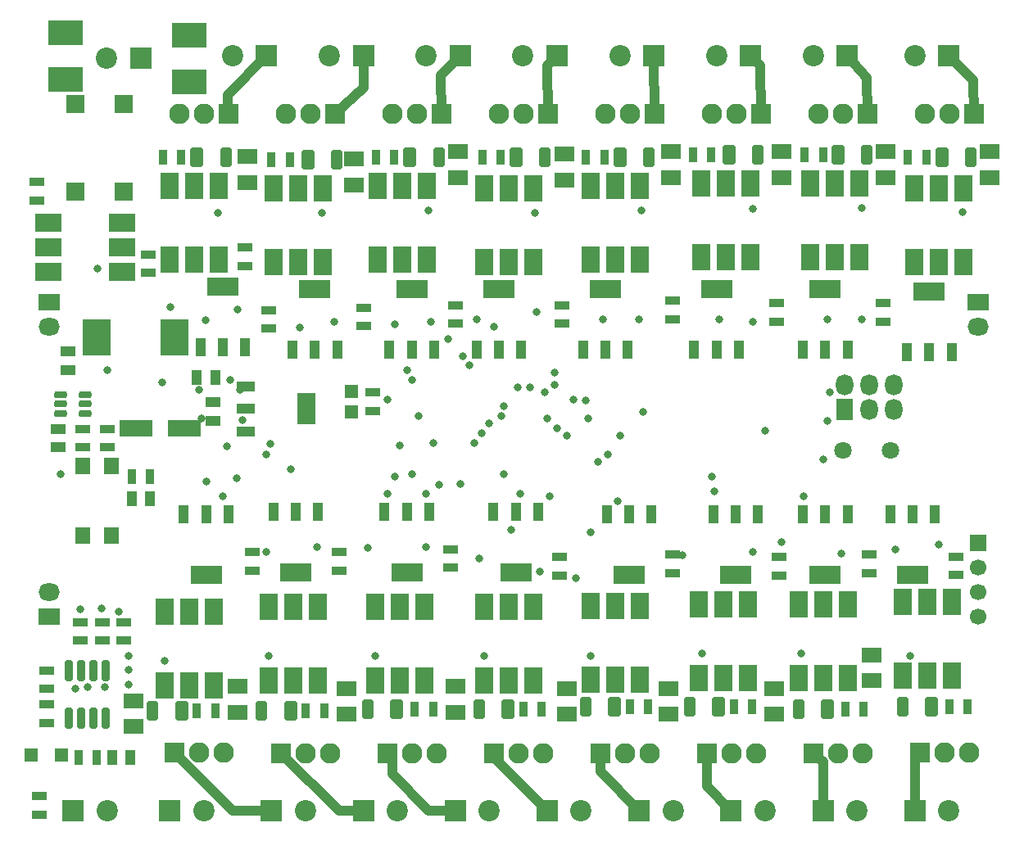
<source format=gts>
G04*
G04 #@! TF.GenerationSoftware,Altium Limited,Altium Designer,22.7.1 (60)*
G04*
G04 Layer_Color=8388736*
%FSLAX44Y44*%
%MOMM*%
G71*
G04*
G04 #@! TF.SameCoordinates,58864457-2C57-4B72-ACF9-2A768CBF14AA*
G04*
G04*
G04 #@! TF.FilePolarity,Negative*
G04*
G01*
G75*
%ADD39C,1.0000*%
G04:AMPARAMS|DCode=40|XSize=2.17mm|YSize=0.8mm|CornerRadius=0.175mm|HoleSize=0mm|Usage=FLASHONLY|Rotation=270.000|XOffset=0mm|YOffset=0mm|HoleType=Round|Shape=RoundedRectangle|*
%AMROUNDEDRECTD40*
21,1,2.1700,0.4500,0,0,270.0*
21,1,1.8200,0.8000,0,0,270.0*
1,1,0.3500,-0.2250,-0.9100*
1,1,0.3500,-0.2250,0.9100*
1,1,0.3500,0.2250,0.9100*
1,1,0.3500,0.2250,-0.9100*
%
%ADD40ROUNDEDRECTD40*%
%ADD41R,1.5000X0.9000*%
%ADD42R,1.0800X1.9600*%
%ADD43R,3.3400X1.9600*%
G04:AMPARAMS|DCode=44|XSize=1.29mm|YSize=1.97mm|CornerRadius=0.1763mm|HoleSize=0mm|Usage=FLASHONLY|Rotation=0.000|XOffset=0mm|YOffset=0mm|HoleType=Round|Shape=RoundedRectangle|*
%AMROUNDEDRECTD44*
21,1,1.2900,1.6174,0,0,0.0*
21,1,0.9374,1.9700,0,0,0.0*
1,1,0.3526,0.4687,-0.8087*
1,1,0.3526,-0.4687,-0.8087*
1,1,0.3526,-0.4687,0.8087*
1,1,0.3526,0.4687,0.8087*
%
%ADD44ROUNDEDRECTD44*%
G04:AMPARAMS|DCode=45|XSize=1.14mm|YSize=1.97mm|CornerRadius=0.1658mm|HoleSize=0mm|Usage=FLASHONLY|Rotation=0.000|XOffset=0mm|YOffset=0mm|HoleType=Round|Shape=RoundedRectangle|*
%AMROUNDEDRECTD45*
21,1,1.1400,1.6384,0,0,0.0*
21,1,0.8084,1.9700,0,0,0.0*
1,1,0.3316,0.4042,-0.8192*
1,1,0.3316,-0.4042,-0.8192*
1,1,0.3316,-0.4042,0.8192*
1,1,0.3316,0.4042,0.8192*
%
%ADD45ROUNDEDRECTD45*%
%ADD46R,3.5700X2.5700*%
%ADD47R,2.0200X1.6400*%
%ADD48R,1.9000X2.7000*%
%ADD49R,2.7000X1.9000*%
%ADD50R,0.9000X1.5000*%
%ADD51R,1.8500X1.9000*%
%ADD52R,1.4000X1.4000*%
%ADD53R,1.3800X1.3700*%
G04:AMPARAMS|DCode=54|XSize=1.32mm|YSize=0.7mm|CornerRadius=0.2mm|HoleSize=0mm|Usage=FLASHONLY|Rotation=0.000|XOffset=0mm|YOffset=0mm|HoleType=Round|Shape=RoundedRectangle|*
%AMROUNDEDRECTD54*
21,1,1.3200,0.3000,0,0,0.0*
21,1,0.9200,0.7000,0,0,0.0*
1,1,0.4000,0.4600,-0.1500*
1,1,0.4000,-0.4600,-0.1500*
1,1,0.4000,-0.4600,0.1500*
1,1,0.4000,0.4600,0.1500*
%
%ADD54ROUNDEDRECTD54*%
%ADD55R,1.5000X1.1000*%
%ADD56R,2.8500X3.8000*%
%ADD57R,3.4000X1.8000*%
%ADD58R,1.9600X3.3400*%
%ADD59R,1.9600X1.0800*%
%ADD60R,1.1000X1.5000*%
%ADD61R,1.6000X1.8000*%
%ADD62R,2.2000X1.8000*%
%ADD63O,2.2000X1.8000*%
%ADD64R,2.2000X2.2000*%
%ADD65C,2.2000*%
%ADD66C,2.1100*%
%ADD67R,2.1100X2.1100*%
%ADD68C,1.7000*%
%ADD69R,1.7000X1.7000*%
%ADD70C,1.8000*%
%ADD71R,1.8000X2.2000*%
%ADD72O,1.8000X2.2000*%
%ADD73C,0.8000*%
D39*
X230000Y50000D02*
X270000D01*
X170000Y110000D02*
X230000Y50000D01*
X340000D02*
X360000D01*
X280000Y109000D02*
X340000Y50000D01*
X395000Y87500D02*
Y105000D01*
Y87500D02*
X432500Y50000D01*
X460000D01*
X500000Y105000D02*
X555000Y50000D01*
X610000Y90000D02*
Y107500D01*
Y90000D02*
X650000Y50000D01*
X720000Y75000D02*
Y109000D01*
Y75000D02*
X745000Y50000D01*
X830000Y107500D02*
X840000Y100000D01*
X840000Y50000D01*
X935000D02*
Y107500D01*
X225000Y772500D02*
Y790000D01*
X265052Y830000D01*
X365000Y797500D02*
X365052Y830000D01*
X336000Y770000D02*
X365000Y797500D01*
X445000Y810000D02*
X465052Y830000D01*
X445000Y810000D02*
X446000Y770000D01*
X555000Y820000D02*
X565052Y830000D01*
X555000Y820000D02*
X556000Y770000D01*
X665000Y827500D02*
X666000Y770000D01*
X765052Y830000D02*
X775000Y820000D01*
X776000Y770000D01*
X865052Y830000D02*
X885000Y807500D01*
X886000Y770000D01*
X995000Y805000D02*
X996000Y770000D01*
X970052Y830000D02*
X995000Y805000D01*
D40*
X99050Y145250D02*
D03*
X86350D02*
D03*
X73650D02*
D03*
X60950D02*
D03*
Y194750D02*
D03*
X73650D02*
D03*
X86350D02*
D03*
X99050D02*
D03*
D41*
X27500Y699500D02*
D03*
Y680500D02*
D03*
X365000Y550500D02*
D03*
Y569500D02*
D03*
X685000Y314500D02*
D03*
Y295500D02*
D03*
X142500Y624500D02*
D03*
Y605500D02*
D03*
X795000Y312000D02*
D03*
Y293000D02*
D03*
X460000Y553000D02*
D03*
Y572000D02*
D03*
X250000Y317000D02*
D03*
Y298000D02*
D03*
X887500Y314500D02*
D03*
Y295500D02*
D03*
X570000Y553000D02*
D03*
Y572000D02*
D03*
X340000Y317000D02*
D03*
Y298000D02*
D03*
X685000Y558000D02*
D03*
Y577000D02*
D03*
X977500Y312500D02*
D03*
Y293500D02*
D03*
X792500Y555500D02*
D03*
Y574500D02*
D03*
X242500Y613000D02*
D03*
Y632000D02*
D03*
X455000Y320000D02*
D03*
Y301000D02*
D03*
X567500Y312000D02*
D03*
Y293000D02*
D03*
X267500Y548000D02*
D03*
Y567000D02*
D03*
X902500Y555500D02*
D03*
Y574500D02*
D03*
X375000Y482000D02*
D03*
Y463000D02*
D03*
X30000Y45500D02*
D03*
Y64500D02*
D03*
X100000Y425500D02*
D03*
Y444500D02*
D03*
X75000Y425500D02*
D03*
Y444500D02*
D03*
X37500Y194500D02*
D03*
Y175500D02*
D03*
X117500Y244500D02*
D03*
Y225500D02*
D03*
X95000Y244500D02*
D03*
Y225500D02*
D03*
X72500Y244500D02*
D03*
Y225500D02*
D03*
X37500Y140500D02*
D03*
Y159500D02*
D03*
D42*
X663000Y356250D02*
D03*
X640000D02*
D03*
X617000D02*
D03*
X438000Y526250D02*
D03*
X415000D02*
D03*
X392000D02*
D03*
X727000Y356250D02*
D03*
X750000D02*
D03*
X773000D02*
D03*
X528000Y526250D02*
D03*
X505000D02*
D03*
X482000D02*
D03*
X179500Y356250D02*
D03*
X202500D02*
D03*
X225500D02*
D03*
X819500D02*
D03*
X842500D02*
D03*
X865500D02*
D03*
X638000Y526250D02*
D03*
X615000D02*
D03*
X592000D02*
D03*
X272000Y358750D02*
D03*
X295000D02*
D03*
X318000D02*
D03*
X753000Y526250D02*
D03*
X730000D02*
D03*
X707000D02*
D03*
X909500Y356250D02*
D03*
X932500D02*
D03*
X955500D02*
D03*
X865500Y526250D02*
D03*
X842500D02*
D03*
X819500D02*
D03*
X243000Y528750D02*
D03*
X220000D02*
D03*
X197000D02*
D03*
X387000Y358750D02*
D03*
X410000D02*
D03*
X433000D02*
D03*
X499500D02*
D03*
X522500D02*
D03*
X545500D02*
D03*
X338000Y526250D02*
D03*
X315000D02*
D03*
X292000D02*
D03*
X973000Y523750D02*
D03*
X950000D02*
D03*
X927000D02*
D03*
D43*
X640000Y293750D02*
D03*
X415000Y588750D02*
D03*
X750000Y293750D02*
D03*
X505000Y588750D02*
D03*
X202500Y293750D02*
D03*
X842500D02*
D03*
X615000Y588750D02*
D03*
X295000Y296250D02*
D03*
X730000Y588750D02*
D03*
X932500Y293750D02*
D03*
X842500Y588750D02*
D03*
X220000Y591250D02*
D03*
X410000Y296250D02*
D03*
X522500D02*
D03*
X315000Y588750D02*
D03*
X950000Y586250D02*
D03*
D44*
X855350Y727500D02*
D03*
X192850Y725000D02*
D03*
X399650Y155000D02*
D03*
X514650D02*
D03*
X962850Y725000D02*
D03*
X307500Y722500D02*
D03*
X952550Y157500D02*
D03*
X742850Y727500D02*
D03*
X630350Y725000D02*
D03*
X844650Y155000D02*
D03*
X522850Y725000D02*
D03*
X732150Y157500D02*
D03*
X624650D02*
D03*
X412850Y725000D02*
D03*
X289650Y152500D02*
D03*
X177150D02*
D03*
D45*
X885400Y727500D02*
D03*
X222900Y725000D02*
D03*
X369600Y155000D02*
D03*
X484600D02*
D03*
X992900Y725000D02*
D03*
X337550Y722500D02*
D03*
X922500Y157500D02*
D03*
X772900Y727500D02*
D03*
X660400Y725000D02*
D03*
X814600Y155000D02*
D03*
X552900Y725000D02*
D03*
X702100Y157500D02*
D03*
X594600D02*
D03*
X442900Y725000D02*
D03*
X259600Y152500D02*
D03*
X147100D02*
D03*
D46*
X185000Y803450D02*
D03*
Y851550D02*
D03*
X57500Y854050D02*
D03*
Y805950D02*
D03*
D47*
X1012500Y730860D02*
D03*
Y704140D02*
D03*
X355000Y723360D02*
D03*
Y696640D02*
D03*
X460000Y151640D02*
D03*
Y178360D02*
D03*
X905000Y730860D02*
D03*
Y704140D02*
D03*
X245000Y725860D02*
D03*
Y699140D02*
D03*
X347500Y149140D02*
D03*
Y175860D02*
D03*
X890000Y184140D02*
D03*
Y210860D02*
D03*
X797500Y730860D02*
D03*
Y704140D02*
D03*
X235000Y151640D02*
D03*
Y178360D02*
D03*
X682500Y730860D02*
D03*
Y704140D02*
D03*
X790000Y149140D02*
D03*
Y175860D02*
D03*
X127500Y136640D02*
D03*
Y163360D02*
D03*
X572500Y728360D02*
D03*
Y701640D02*
D03*
X680000Y149140D02*
D03*
Y175860D02*
D03*
X575000Y149140D02*
D03*
Y175860D02*
D03*
X462500Y730860D02*
D03*
Y704140D02*
D03*
D48*
X427900Y260600D02*
D03*
X402500D02*
D03*
Y184400D02*
D03*
X427900D02*
D03*
X377100Y260600D02*
D03*
Y184400D02*
D03*
X430400Y695600D02*
D03*
Y619400D02*
D03*
X379600Y695600D02*
D03*
X405000D02*
D03*
Y619400D02*
D03*
X379600D02*
D03*
X650400Y261200D02*
D03*
X625000D02*
D03*
Y185000D02*
D03*
X650400D02*
D03*
X599600Y261200D02*
D03*
Y185000D02*
D03*
X762900Y263100D02*
D03*
X737500D02*
D03*
Y186900D02*
D03*
X762900D02*
D03*
X712100Y263100D02*
D03*
Y186900D02*
D03*
X540400Y693100D02*
D03*
Y616900D02*
D03*
X489600Y693100D02*
D03*
X515000D02*
D03*
Y616900D02*
D03*
X489600D02*
D03*
X210400Y255600D02*
D03*
X185000D02*
D03*
Y179400D02*
D03*
X210400D02*
D03*
X159600Y255600D02*
D03*
Y179400D02*
D03*
X814600Y186900D02*
D03*
Y263100D02*
D03*
X865400Y186900D02*
D03*
X840000D02*
D03*
Y263100D02*
D03*
X865400D02*
D03*
X599600Y619400D02*
D03*
X625000D02*
D03*
Y695600D02*
D03*
X599600D02*
D03*
X650400Y619400D02*
D03*
Y695600D02*
D03*
X267100Y184400D02*
D03*
Y260600D02*
D03*
X317900Y184400D02*
D03*
X292500D02*
D03*
Y260600D02*
D03*
X317900D02*
D03*
X714600Y621900D02*
D03*
X740000D02*
D03*
Y698100D02*
D03*
X714600D02*
D03*
X765400Y621900D02*
D03*
Y698100D02*
D03*
X922100Y189400D02*
D03*
Y265600D02*
D03*
X972900Y189400D02*
D03*
X947500D02*
D03*
Y265600D02*
D03*
X972900D02*
D03*
X215400Y695600D02*
D03*
Y619400D02*
D03*
X164600Y695600D02*
D03*
X190000D02*
D03*
Y619400D02*
D03*
X164600D02*
D03*
X827100Y621900D02*
D03*
X852500D02*
D03*
Y698100D02*
D03*
X827100D02*
D03*
X877900Y621900D02*
D03*
Y698100D02*
D03*
X489600Y184400D02*
D03*
Y260600D02*
D03*
X540400Y184400D02*
D03*
X515000D02*
D03*
Y260600D02*
D03*
X540400D02*
D03*
X272100Y616900D02*
D03*
X297500D02*
D03*
Y693100D02*
D03*
X272100D02*
D03*
X322900Y616900D02*
D03*
Y693100D02*
D03*
X985400D02*
D03*
Y616900D02*
D03*
X934600Y693100D02*
D03*
X960000D02*
D03*
Y616900D02*
D03*
X934600D02*
D03*
D49*
X115600Y607100D02*
D03*
X39400D02*
D03*
X115600Y657900D02*
D03*
Y632500D02*
D03*
X39400D02*
D03*
Y657900D02*
D03*
D50*
X378000Y725000D02*
D03*
X397000D02*
D03*
X659500Y157500D02*
D03*
X640500D02*
D03*
X767000D02*
D03*
X748000D02*
D03*
X488000Y725000D02*
D03*
X507000D02*
D03*
X212000Y152500D02*
D03*
X193000D02*
D03*
X882000Y155000D02*
D03*
X863000D02*
D03*
X595000Y725000D02*
D03*
X614000D02*
D03*
X324500Y152500D02*
D03*
X305500D02*
D03*
X705500Y727500D02*
D03*
X724500D02*
D03*
X989500Y157500D02*
D03*
X970500D02*
D03*
X437000Y155000D02*
D03*
X418000D02*
D03*
X158000Y725000D02*
D03*
X177000D02*
D03*
X821000Y727500D02*
D03*
X840000D02*
D03*
X549500Y155000D02*
D03*
X530500D02*
D03*
X270000Y722500D02*
D03*
X289000D02*
D03*
X928000Y725000D02*
D03*
X947000D02*
D03*
X70500Y105000D02*
D03*
X89500D02*
D03*
X144500Y395000D02*
D03*
X125500D02*
D03*
D51*
X67500Y780500D02*
D03*
X117500D02*
D03*
Y689500D02*
D03*
X67500D02*
D03*
D52*
X352500Y483000D02*
D03*
Y462000D02*
D03*
D53*
X53400Y107500D02*
D03*
X21600D02*
D03*
D54*
X77450Y479500D02*
D03*
Y470000D02*
D03*
Y460500D02*
D03*
X52550D02*
D03*
Y470000D02*
D03*
Y479500D02*
D03*
D55*
X60000Y524500D02*
D03*
Y505500D02*
D03*
X50000Y425500D02*
D03*
Y444500D02*
D03*
X210000Y453000D02*
D03*
Y472000D02*
D03*
D56*
X89750Y539000D02*
D03*
X170250D02*
D03*
D57*
X130000Y445000D02*
D03*
X180000D02*
D03*
D58*
X306250Y465000D02*
D03*
D59*
X243750Y442000D02*
D03*
Y465000D02*
D03*
Y488000D02*
D03*
D60*
X212000Y497500D02*
D03*
X193000D02*
D03*
X105500Y105000D02*
D03*
X124500D02*
D03*
X125500Y372500D02*
D03*
X144500D02*
D03*
D61*
X75000Y334000D02*
D03*
X105000D02*
D03*
X75000Y406000D02*
D03*
X105000D02*
D03*
D62*
X40000Y250000D02*
D03*
X1000000Y575400D02*
D03*
X40000D02*
D03*
D63*
Y275400D02*
D03*
X1000000Y550000D02*
D03*
X40000D02*
D03*
D64*
X135000Y827500D02*
D03*
X970052Y830000D02*
D03*
X465052D02*
D03*
X650000Y50000D02*
D03*
X745000D02*
D03*
X565052Y830000D02*
D03*
X270000Y50000D02*
D03*
X840000D02*
D03*
X665052Y830000D02*
D03*
X365000Y50000D02*
D03*
X765052Y830000D02*
D03*
X935000Y50000D02*
D03*
X865052Y830000D02*
D03*
X265052D02*
D03*
X460000Y50000D02*
D03*
X555000D02*
D03*
X365052Y830000D02*
D03*
X65000Y50000D02*
D03*
X165000D02*
D03*
D65*
X99948Y827500D02*
D03*
X935000Y830000D02*
D03*
X430000D02*
D03*
X685052Y50000D02*
D03*
X780052D02*
D03*
X530000Y830000D02*
D03*
X305052Y50000D02*
D03*
X875052D02*
D03*
X630000Y830000D02*
D03*
X400052Y50000D02*
D03*
X730000Y830000D02*
D03*
X970052Y50000D02*
D03*
X830000Y830000D02*
D03*
X230000D02*
D03*
X495052Y50000D02*
D03*
X590052D02*
D03*
X330000Y830000D02*
D03*
X100052Y50000D02*
D03*
X200052D02*
D03*
D66*
X395000Y770000D02*
D03*
X420500D02*
D03*
X635500Y109000D02*
D03*
X661000D02*
D03*
X771000D02*
D03*
X745500D02*
D03*
X530500Y770000D02*
D03*
X505000D02*
D03*
X221000Y110000D02*
D03*
X195500D02*
D03*
X855500Y109000D02*
D03*
X881000D02*
D03*
X615000Y770000D02*
D03*
X640500D02*
D03*
X305500Y109000D02*
D03*
X331000D02*
D03*
X725000Y770000D02*
D03*
X750500D02*
D03*
X965500Y110000D02*
D03*
X991000D02*
D03*
X441000Y109000D02*
D03*
X415500D02*
D03*
X200500Y770000D02*
D03*
X175000D02*
D03*
X835000D02*
D03*
X860500D02*
D03*
X525500Y109000D02*
D03*
X551000D02*
D03*
X285000Y770000D02*
D03*
X310500D02*
D03*
X970500D02*
D03*
X945000D02*
D03*
D67*
X446000D02*
D03*
X610000Y109000D02*
D03*
X720000D02*
D03*
X556000Y770000D02*
D03*
X170000Y110000D02*
D03*
X830000Y109000D02*
D03*
X666000Y770000D02*
D03*
X280000Y109000D02*
D03*
X776000Y770000D02*
D03*
X940000Y110000D02*
D03*
X390000Y109000D02*
D03*
X226000Y770000D02*
D03*
X886000D02*
D03*
X500000Y109000D02*
D03*
X336000Y770000D02*
D03*
X996000D02*
D03*
D68*
X1000000Y275400D02*
D03*
Y250000D02*
D03*
Y300800D02*
D03*
D69*
Y326200D02*
D03*
D70*
X909500Y422500D02*
D03*
X860500D02*
D03*
D71*
X862100Y464800D02*
D03*
D72*
X887500Y464800D02*
D03*
X912900Y464800D02*
D03*
X862100Y490200D02*
D03*
X887500Y490200D02*
D03*
X912900Y490200D02*
D03*
D73*
X430000Y377500D02*
D03*
X390000Y475000D02*
D03*
X67500Y176100D02*
D03*
X517500Y340000D02*
D03*
X239824Y453857D02*
D03*
X237500Y485000D02*
D03*
X197500Y455000D02*
D03*
X195000Y485000D02*
D03*
X415000Y495000D02*
D03*
X265000Y317500D02*
D03*
X597500Y455000D02*
D03*
X555000D02*
D03*
X565000Y445000D02*
D03*
X575000Y437500D02*
D03*
X122500Y180000D02*
D03*
Y195000D02*
D03*
Y210000D02*
D03*
X475000Y510000D02*
D03*
X452386Y537614D02*
D03*
X595000Y473557D02*
D03*
X582500Y475000D02*
D03*
X617500Y417500D02*
D03*
X607500Y410000D02*
D03*
X654114Y461757D02*
D03*
X725000Y395000D02*
D03*
X695000Y314000D02*
D03*
X599600Y210000D02*
D03*
X715000Y212500D02*
D03*
X267500Y210000D02*
D03*
X159835Y204228D02*
D03*
X97500Y177500D02*
D03*
X510000Y467500D02*
D03*
X507500Y457500D02*
D03*
X627500Y370000D02*
D03*
X562500Y490000D02*
D03*
Y502500D02*
D03*
X600000Y337500D02*
D03*
X490000Y210000D02*
D03*
X377500D02*
D03*
X223850Y426500D02*
D03*
X585000Y290000D02*
D03*
X537500Y487500D02*
D03*
X552500Y482500D02*
D03*
X495000Y450000D02*
D03*
X487500Y440000D02*
D03*
X435000Y555000D02*
D03*
X410000Y505000D02*
D03*
X233895Y393026D02*
D03*
X265000Y417500D02*
D03*
X390000Y377500D02*
D03*
X397500Y395000D02*
D03*
X290000Y402500D02*
D03*
X630000Y437500D02*
D03*
X840000Y412500D02*
D03*
X465000Y387500D02*
D03*
X510000Y397500D02*
D03*
X437500Y430000D02*
D03*
X402500Y427500D02*
D03*
X202500Y390000D02*
D03*
X527500Y377500D02*
D03*
X557500Y375000D02*
D03*
X780000Y442500D02*
D03*
X820000Y375000D02*
D03*
X727500Y380000D02*
D03*
X525000Y487500D02*
D03*
X845000Y452500D02*
D03*
X847500Y482500D02*
D03*
X443355Y386645D02*
D03*
X415000Y397500D02*
D03*
X269240Y428644D02*
D03*
X227500Y495000D02*
D03*
X157500Y492500D02*
D03*
X100000Y505000D02*
D03*
X90000Y610000D02*
D03*
X467728Y519772D02*
D03*
X480000Y430000D02*
D03*
X220000Y375000D02*
D03*
X612500Y558000D02*
D03*
X500000Y550000D02*
D03*
X422500Y457500D02*
D03*
X960000Y325000D02*
D03*
X915000Y320000D02*
D03*
X859259Y315298D02*
D03*
X797500Y327500D02*
D03*
X767500Y317500D02*
D03*
X547820Y297253D02*
D03*
X485000Y310000D02*
D03*
X430000Y322500D02*
D03*
X369252Y321603D02*
D03*
X317500Y322500D02*
D03*
X482500Y557500D02*
D03*
X544424Y564984D02*
D03*
X650000Y557500D02*
D03*
X732500D02*
D03*
X767500Y555000D02*
D03*
X845000Y557500D02*
D03*
X880000D02*
D03*
X397500Y552500D02*
D03*
X335000Y555000D02*
D03*
X298967Y549461D02*
D03*
X235000Y567500D02*
D03*
X201650Y556969D02*
D03*
X112500Y255000D02*
D03*
X52500Y397500D02*
D03*
X165395Y570029D02*
D03*
X94274Y258537D02*
D03*
X80000Y177500D02*
D03*
X72500Y257500D02*
D03*
X817500Y212500D02*
D03*
X930000Y210000D02*
D03*
X984538Y668183D02*
D03*
X880000Y672500D02*
D03*
X767577Y672177D02*
D03*
X652500Y670000D02*
D03*
X542500Y667500D02*
D03*
X432500Y670000D02*
D03*
X322500Y667500D02*
D03*
X215000D02*
D03*
M02*

</source>
